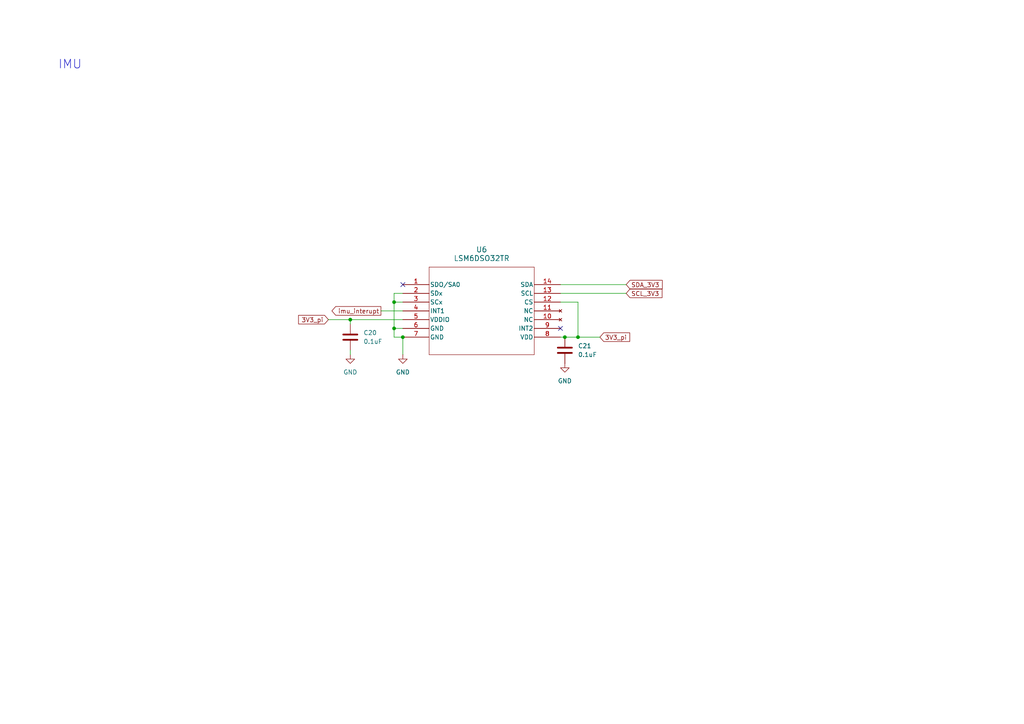
<source format=kicad_sch>
(kicad_sch (version 20231120) (generator "eeschema") (generator_version "8.0")
  (paper "A4")
  (lib_symbols
    (symbol "Alecs_Lib:LSM6DSO32TR" (pin_names (offset 0.254))
      (property "Reference" "U" (at 22.86 10.16 0))
      (property "Value" "LSM6DSO32TR" (at 22.86 7.62 0))
      (symbol "LSM6DSO32TR_0_1"
        (polyline (pts (xy 7.62 -20.32) (xy 38.1 -20.32)) (stroke (width 0.127)))
        (polyline (pts (xy 7.62 5.08) (xy 7.62 -20.32)) (stroke (width 0.127)))
        (polyline (pts (xy 38.1 -20.32) (xy 38.1 5.08)) (stroke (width 0.127)))
        (polyline (pts (xy 38.1 5.08) (xy 7.62 5.08)) (stroke (width 0.127)))
        (pin bidirectional line (at 0 0 0) (length 7.62) (name "SDO/SA0") (number "1"))
        (pin no_connect line (at 45.72 -10.16 180) (length 7.62) (name "NC") (number "10"))
        (pin no_connect line (at 45.72 -7.62 180) (length 7.62) (name "NC") (number "11"))
        (pin input line (at 45.72 -5.08 180) (length 7.62) (name "CS") (number "12"))
        (pin input line (at 45.72 -2.54 180) (length 7.62) (name "SCL") (number "13"))
        (pin bidirectional line (at 45.72 0 180) (length 7.62) (name "SDA") (number "14"))
        (pin unspecified line (at 0 -2.54 0) (length 7.62) (name "SDx") (number "2"))
        (pin unspecified line (at 0 -5.08 0) (length 7.62) (name "SCx") (number "3"))
        (pin output line (at 0 -7.62 0) (length 7.62) (name "INT1") (number "4"))
        (pin power_in line (at 0 -10.16 0) (length 7.62) (name "VDDIO") (number "5"))
        (pin power_out line (at 0 -12.7 0) (length 7.62) (name "GND") (number "6"))
        (pin power_out line (at 0 -15.24 0) (length 7.62) (name "GND") (number "7"))
        (pin power_in line (at 45.72 -15.24 180) (length 7.62) (name "VDD") (number "8"))
        (pin output line (at 45.72 -12.7 180) (length 7.62) (name "INT2") (number "9"))
      )
    )
    (symbol "Device:C" (pin_numbers hide) (pin_names (offset 0.254))
      (property "Reference" "C" (at 0.635 2.54 0))
      (property "Value" "C" (at 0.635 -2.54 0))
      (symbol "C_0_1"
        (polyline (pts (xy -2.032 -0.762) (xy 2.032 -0.762)) (stroke (width 0.508)))
        (polyline (pts (xy -2.032 0.762) (xy 2.032 0.762)) (stroke (width 0.508)))
      )
      (symbol "C_1_1"
        (pin passive line (at 0 3.81 270) (length 2.794) (name "~") (number "1"))
        (pin passive line (at 0 -3.81 90) (length 2.794) (name "~") (number "2"))
      )
    )
    (symbol "power:GND" (power) (pin_numbers hide) (pin_names (offset 0) hide)
      (property "Value" "GND" (at 0 -3.81 0))
      (symbol "GND_0_1"
        (polyline (pts (xy 0 0) (xy 0 -1.27) (xy 1.27 -1.27) (xy 0 -2.54) (xy -1.27 -1.27) (xy 0 -1.27)))
      )
      (symbol "GND_1_1"
        (pin power_in line (at 0 0 270) (length 0) (name "~") (number "1"))
      )
    )
  )
  (junction (at 116.84 97.79))
  (junction (at 167.64 97.79))
  (junction (at 114.3 95.25))
  (junction (at 101.6 92.71))
  (junction (at 163.83 97.79))
  (junction (at 114.3 87.63))
  (no_connect (at 162.56 95.25))
  (no_connect (at 116.84 82.55))
  (wire (pts (xy 114.3 85.09) (xy 114.3 87.63)))
  (wire (pts (xy 116.84 97.79) (xy 114.3 97.79)))
  (wire (pts (xy 163.83 97.79) (xy 167.64 97.79)))
  (wire (pts (xy 101.6 102.87) (xy 101.6 101.6)))
  (wire (pts (xy 162.56 82.55) (xy 181.61 82.55)))
  (wire (pts (xy 114.3 95.25) (xy 116.84 95.25)))
  (wire (pts (xy 167.64 97.79) (xy 173.99 97.79)))
  (wire (pts (xy 116.84 102.87) (xy 116.84 97.79)))
  (wire (pts (xy 114.3 85.09) (xy 116.84 85.09)))
  (wire (pts (xy 95.25 92.71) (xy 101.6 92.71)))
  (wire (pts (xy 101.6 92.71) (xy 116.84 92.71)))
  (wire (pts (xy 114.3 87.63) (xy 114.3 95.25)))
  (wire (pts (xy 101.6 93.98) (xy 101.6 92.71)))
  (wire (pts (xy 110.49 90.17) (xy 116.84 90.17)))
  (wire (pts (xy 114.3 95.25) (xy 114.3 97.79)))
  (wire (pts (xy 162.56 87.63) (xy 167.64 87.63)))
  (wire (pts (xy 114.3 87.63) (xy 116.84 87.63)))
  (wire (pts (xy 162.56 85.09) (xy 181.61 85.09)))
  (wire (pts (xy 162.56 97.79) (xy 163.83 97.79)))
  (wire (pts (xy 167.64 87.63) (xy 167.64 97.79)))
  (text "IMU" (at 20.32 18.796 0) (effects (font (size 2.54 2.54))))
  (global_label "3V3_pi" (shape input) (at 95.25 92.71 180) (property "Intersheetrefs" "${INTERSHEET_REFS}" (effects (hide yes))))
  (global_label "SCL_3V3" (shape input) (at 181.61 85.09 0) (property "Intersheetrefs" "${INTERSHEET_REFS}" (effects (hide yes))))
  (global_label "3V3_pi" (shape input) (at 173.99 97.79 0) (property "Intersheetrefs" "${INTERSHEET_REFS}" (effects (hide yes))))
  (global_label "SDA_3V3" (shape input) (at 181.61 82.55 0) (property "Intersheetrefs" "${INTERSHEET_REFS}" (effects (hide yes))))
  (global_label "imu_interupt" (shape output) (at 110.49 90.17 180) (property "Intersheetrefs" "${INTERSHEET_REFS}" (effects (hide yes))))
  (symbol (lib_id "power:GND") (at 163.83 105.41 0) (unit 1)
    (property "Reference" "#PWR062" (effects (hide yes)))
    (property "Value" "GND" (at 163.83 110.49 0))
    (property "Description" "Power symbol creates a global label with name \"GND\" , ground" (effects (hide yes)))
  )
  (symbol (lib_id "Alecs_Lib:LSM6DSO32TR") (at 116.84 82.55 0) (unit 1)
    (property "Reference" "U6" (at 139.7 72.39 0) (effects (font (size 1.524 1.524))))
    (property "Value" "LSM6DSO32TR" (at 139.7 74.93 0) (effects (font (size 1.524 1.524))))
    (property "Footprint" "Spiderbot:LGA-14L_2P5X3X0P83_STM" (effects (hide yes)))
    (property "Datasheet" "https://www.st.com/resource/en/datasheet/lsm6dso32.pdf" (effects (hide yes)))
    (property "Link" "https://www.digikey.com/en/products/detail/stmicroelectronics/LSM6DSO32TR/11694177" (effects (hide yes)))
    (property "PART-NUMBER" "497-LSM6DSO32CT-ND" (effects (hide yes)))
  )
  (symbol (lib_id "power:GND") (at 101.6 102.87 0) (unit 1)
    (property "Reference" "#PWR060" (effects (hide yes)))
    (property "Value" "GND" (at 101.6 107.95 0))
    (property "Description" "Power symbol creates a global label with name \"GND\" , ground" (effects (hide yes)))
  )
  (symbol (lib_id "Device:C") (at 101.6 97.79 0) (unit 1)
    (property "Reference" "C20" (at 105.41 96.5199 0) (effects (justify left)))
    (property "Value" "0.1uF" (at 105.41 99.0599 0) (effects (justify left)))
    (property "Footprint" "Capacitor_SMD:C_0603_1608Metric_Pad1.08x0.95mm_HandSolder" (effects (hide yes)))
    (property "Description" "Unpolarized capacitor" (effects (hide yes)))
    (property "PART-NUMBER" "C0603C104M3VACTU" (effects (hide yes)))
  )
  (symbol (lib_id "Device:C") (at 163.83 101.6 0) (unit 1)
    (property "Reference" "C21" (at 167.64 100.3299 0) (effects (justify left)))
    (property "Value" "0.1uF" (at 167.64 102.8699 0) (effects (justify left)))
    (property "Footprint" "Capacitor_SMD:C_0603_1608Metric_Pad1.08x0.95mm_HandSolder" (effects (hide yes)))
    (property "Description" "Unpolarized capacitor" (effects (hide yes)))
    (property "PART-NUMBER" "C0603C104M3VACTU" (effects (hide yes)))
  )
  (symbol (lib_id "power:GND") (at 116.84 102.87 0) (unit 1)
    (property "Reference" "#PWR061" (effects (hide yes)))
    (property "Value" "GND" (at 116.84 107.95 0))
    (property "Description" "Power symbol creates a global label with name \"GND\" , ground" (effects (hide yes)))
  )
)
</source>
